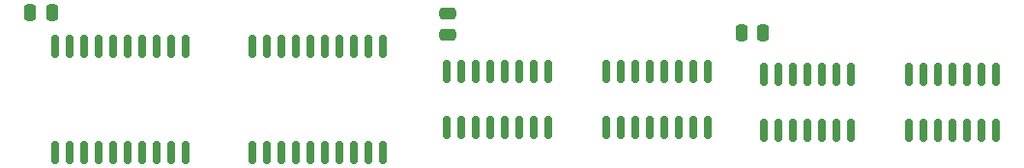
<source format=gbr>
%TF.GenerationSoftware,KiCad,Pcbnew,(6.0.0-0)*%
%TF.CreationDate,2022-10-19T21:29:50-04:00*%
%TF.ProjectId,CPU-Instruction-Decoder,4350552d-496e-4737-9472-756374696f6e,rev?*%
%TF.SameCoordinates,Original*%
%TF.FileFunction,Paste,Top*%
%TF.FilePolarity,Positive*%
%FSLAX46Y46*%
G04 Gerber Fmt 4.6, Leading zero omitted, Abs format (unit mm)*
G04 Created by KiCad (PCBNEW (6.0.0-0)) date 2022-10-19 21:29:50*
%MOMM*%
%LPD*%
G01*
G04 APERTURE LIST*
G04 Aperture macros list*
%AMRoundRect*
0 Rectangle with rounded corners*
0 $1 Rounding radius*
0 $2 $3 $4 $5 $6 $7 $8 $9 X,Y pos of 4 corners*
0 Add a 4 corners polygon primitive as box body*
4,1,4,$2,$3,$4,$5,$6,$7,$8,$9,$2,$3,0*
0 Add four circle primitives for the rounded corners*
1,1,$1+$1,$2,$3*
1,1,$1+$1,$4,$5*
1,1,$1+$1,$6,$7*
1,1,$1+$1,$8,$9*
0 Add four rect primitives between the rounded corners*
20,1,$1+$1,$2,$3,$4,$5,0*
20,1,$1+$1,$4,$5,$6,$7,0*
20,1,$1+$1,$6,$7,$8,$9,0*
20,1,$1+$1,$8,$9,$2,$3,0*%
G04 Aperture macros list end*
%ADD10RoundRect,0.250000X0.250000X0.475000X-0.250000X0.475000X-0.250000X-0.475000X0.250000X-0.475000X0*%
%ADD11RoundRect,0.150000X0.150000X-0.825000X0.150000X0.825000X-0.150000X0.825000X-0.150000X-0.825000X0*%
%ADD12RoundRect,0.150000X0.150000X-0.875000X0.150000X0.875000X-0.150000X0.875000X-0.150000X-0.875000X0*%
%ADD13RoundRect,0.250000X0.475000X-0.250000X0.475000X0.250000X-0.475000X0.250000X-0.475000X-0.250000X0*%
G04 APERTURE END LIST*
D10*
%TO.C,C3*%
X320482000Y-201168000D03*
X318582000Y-201168000D03*
%TD*%
D11*
%TO.C,U8*%
X320548000Y-209739000D03*
X321818000Y-209739000D03*
X323088000Y-209739000D03*
X324358000Y-209739000D03*
X325628000Y-209739000D03*
X326898000Y-209739000D03*
X328168000Y-209739000D03*
X328168000Y-204789000D03*
X326898000Y-204789000D03*
X325628000Y-204789000D03*
X324358000Y-204789000D03*
X323088000Y-204789000D03*
X321818000Y-204789000D03*
X320548000Y-204789000D03*
%TD*%
%TO.C,U10*%
X306705000Y-209485000D03*
X307975000Y-209485000D03*
X309245000Y-209485000D03*
X310515000Y-209485000D03*
X311785000Y-209485000D03*
X313055000Y-209485000D03*
X314325000Y-209485000D03*
X315595000Y-209485000D03*
X315595000Y-204535000D03*
X314325000Y-204535000D03*
X313055000Y-204535000D03*
X311785000Y-204535000D03*
X310515000Y-204535000D03*
X309245000Y-204535000D03*
X307975000Y-204535000D03*
X306705000Y-204535000D03*
%TD*%
D10*
%TO.C,C1*%
X258186000Y-199390000D03*
X256286000Y-199390000D03*
%TD*%
D12*
%TO.C,U1*%
X258445000Y-211660000D03*
X259715000Y-211660000D03*
X260985000Y-211660000D03*
X262255000Y-211660000D03*
X263525000Y-211660000D03*
X264795000Y-211660000D03*
X266065000Y-211660000D03*
X267335000Y-211660000D03*
X268605000Y-211660000D03*
X269875000Y-211660000D03*
X269875000Y-202360000D03*
X268605000Y-202360000D03*
X267335000Y-202360000D03*
X266065000Y-202360000D03*
X264795000Y-202360000D03*
X263525000Y-202360000D03*
X262255000Y-202360000D03*
X260985000Y-202360000D03*
X259715000Y-202360000D03*
X258445000Y-202360000D03*
%TD*%
%TO.C,U4*%
X275717000Y-211660000D03*
X276987000Y-211660000D03*
X278257000Y-211660000D03*
X279527000Y-211660000D03*
X280797000Y-211660000D03*
X282067000Y-211660000D03*
X283337000Y-211660000D03*
X284607000Y-211660000D03*
X285877000Y-211660000D03*
X287147000Y-211660000D03*
X287147000Y-202360000D03*
X285877000Y-202360000D03*
X284607000Y-202360000D03*
X283337000Y-202360000D03*
X282067000Y-202360000D03*
X280797000Y-202360000D03*
X279527000Y-202360000D03*
X278257000Y-202360000D03*
X276987000Y-202360000D03*
X275717000Y-202360000D03*
%TD*%
D11*
%TO.C,U9*%
X333248000Y-209739000D03*
X334518000Y-209739000D03*
X335788000Y-209739000D03*
X337058000Y-209739000D03*
X338328000Y-209739000D03*
X339598000Y-209739000D03*
X340868000Y-209739000D03*
X340868000Y-204789000D03*
X339598000Y-204789000D03*
X338328000Y-204789000D03*
X337058000Y-204789000D03*
X335788000Y-204789000D03*
X334518000Y-204789000D03*
X333248000Y-204789000D03*
%TD*%
D13*
%TO.C,C2*%
X292862000Y-201356000D03*
X292862000Y-199456000D03*
%TD*%
D11*
%TO.C,U6*%
X292735000Y-209485000D03*
X294005000Y-209485000D03*
X295275000Y-209485000D03*
X296545000Y-209485000D03*
X297815000Y-209485000D03*
X299085000Y-209485000D03*
X300355000Y-209485000D03*
X301625000Y-209485000D03*
X301625000Y-204535000D03*
X300355000Y-204535000D03*
X299085000Y-204535000D03*
X297815000Y-204535000D03*
X296545000Y-204535000D03*
X295275000Y-204535000D03*
X294005000Y-204535000D03*
X292735000Y-204535000D03*
%TD*%
M02*

</source>
